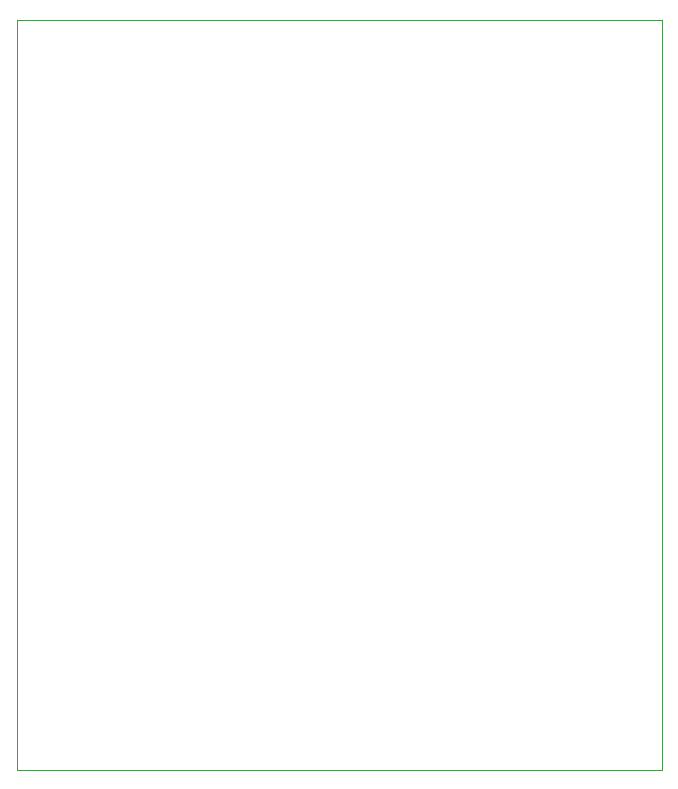
<source format=gm1>
G04 #@! TF.FileFunction,Profile,NP*
%FSLAX45Y45*%
G04 Gerber Fmt 4.5, Leading zero omitted, Abs format (unit mm)*
G04 Created by KiCad (PCBNEW (2015-09-03 BZR 6154)-product) date Saturday, September 05, 2015 'PMt' 10:25:32 PM*
%MOMM*%
G01*
G04 APERTURE LIST*
%ADD10C,0.100000*%
G04 APERTURE END LIST*
D10*
X24003000Y-14351000D02*
X18542000Y-14351000D01*
X24003000Y-14224000D02*
X24003000Y-14351000D01*
X24003000Y-8001000D02*
X24003000Y-14224000D01*
X18542000Y-8001000D02*
X24003000Y-8001000D01*
X18542000Y-14351000D02*
X18542000Y-8001000D01*
M02*

</source>
